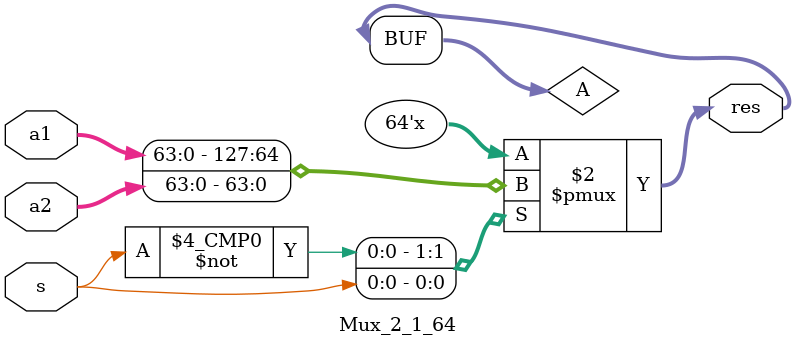
<source format=v>
module Mux_2_1_5 (a1, a2, s, res);  

    parameter N = 5;

    input [N-1 : 0] a1, a2;
    input s;
    output [N-1 : 0] res;

    reg [N-1 : 0] A;
    always @(*)
    begin
        case (s)
            1'b0 : A <= a1;
            1'b1 : A <= a2;
        endcase
    end
    
    assign res = A;

endmodule

module Mux_2_1_4 (a1, a2, s, res);  

    parameter N = 4;

    input [N-1 : 0] a1, a2;
    input s;
    output [N-1 : 0] res;

    reg [N-1 : 0] A;
    always @(*)
    begin
        case (s)
            1'b0 : A <= a1;
            1'b1 : A <= a2;
        endcase
    end
    
    assign res = A;

endmodule

module Mux_2_1_1 (a1, a2, s, res);  

    input a1, a2;
    input s;
    output res;

    reg A;
    always @(*)
    begin
        case (s)
            1'b0 : A <= a1;
            1'b1 : A <= a2;
        endcase
    end
    
    assign res = A;

endmodule

module Mux_3_1_5 (a1, a2, a3, s, res);  

    parameter N = 5;

    input [N-1 : 0] a1, a2, a3;
    input [1:0] s;
    output [N-1 : 0] res;

    reg [N-1 : 0] A;
    always @(*)
    begin
        case (s)
            2'b00 : A <= a1;
            2'b01 : A <= a2;
            2'b10 : A <= a3;
        endcase
    end
    
    assign res = A;

endmodule

module Mux_4_1_5 (a1, a2, a3, a4, s, res);  

    parameter N = 5;

    input [N-1 : 0] a1, a2, a3, a4;
    input [1:0] s;
    output [N-1 : 0] res;

    reg [N-1 : 0] A;
    always @(*)
    begin
        case (s)
            2'b00 : A <= a1;
            2'b01 : A <= a2;
            2'b10 : A <= a3;
            2'b11 : A <= a4;
        endcase
    end
    
    assign res = A;

endmodule

module Mux_2_1_32 (a1, a2, s, res);  

    parameter N = 32;

    input [N-1 : 0] a1, a2;
    input s;
    output [N-1 : 0] res;

    reg [N-1 : 0] A;
    always @(*)
    begin
        case (s)
            1'b0 : A <= a1;
            1'b1 : A <= a2;
        endcase
    end
    
    assign res = A;

endmodule

module Mux_2_1_64 (a1, a2, s, res);  

    parameter N = 64;

    input [N-1 : 0] a1, a2;
    input s;
    output [N-1 : 0] res;

    reg [N-1 : 0] A;
    always @(*)
    begin
        case (s)
            1'b0 : A <= a1;
            1'b1 : A <= a2;
        endcase
    end
    
    assign res = A;

endmodule
</source>
